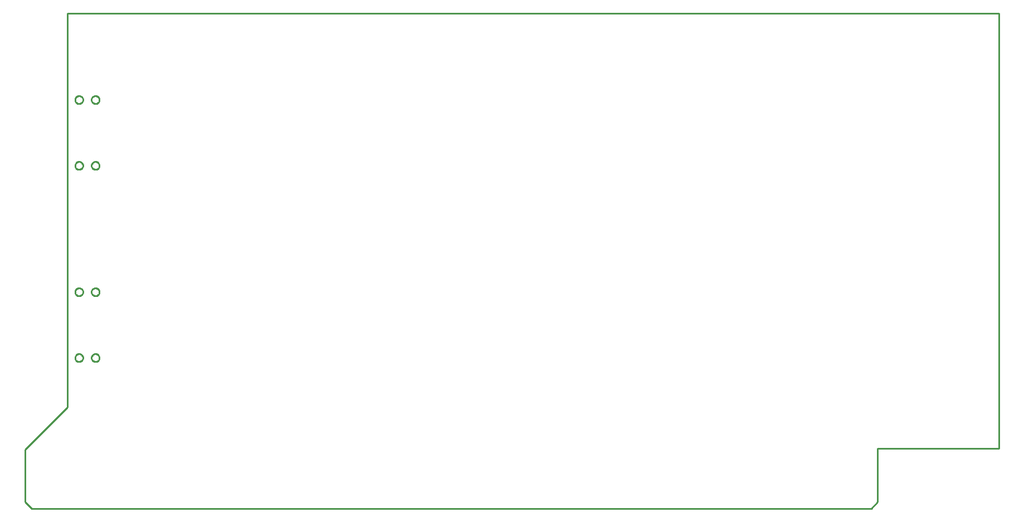
<source format=gko>
G04 EAGLE Gerber RS-274X export*
G75*
%MOMM*%
%FSLAX34Y34*%
%LPD*%
%INBoard Outline*%
%IPPOS*%
%AMOC8*
5,1,8,0,0,1.08239X$1,22.5*%
G01*
%ADD10C,0.000000*%
%ADD11C,0.254000*%


D10*
X17145Y0D02*
X1293495Y0D01*
X1303020Y10160D01*
X1303020Y91440D01*
X1487380Y91450D01*
X1487380Y753110D01*
X71323Y753110D01*
X71323Y154508D01*
X7620Y90170D01*
X7620Y10160D01*
X17145Y0D01*
X108300Y329400D02*
X108302Y329554D01*
X108308Y329709D01*
X108318Y329863D01*
X108332Y330017D01*
X108350Y330170D01*
X108371Y330323D01*
X108397Y330476D01*
X108427Y330627D01*
X108460Y330778D01*
X108498Y330928D01*
X108539Y331077D01*
X108584Y331225D01*
X108633Y331371D01*
X108686Y331517D01*
X108742Y331660D01*
X108802Y331803D01*
X108866Y331943D01*
X108933Y332083D01*
X109004Y332220D01*
X109078Y332355D01*
X109156Y332489D01*
X109237Y332620D01*
X109322Y332749D01*
X109410Y332877D01*
X109501Y333001D01*
X109595Y333124D01*
X109693Y333244D01*
X109793Y333361D01*
X109897Y333476D01*
X110003Y333588D01*
X110112Y333697D01*
X110224Y333803D01*
X110339Y333907D01*
X110456Y334007D01*
X110576Y334105D01*
X110699Y334199D01*
X110823Y334290D01*
X110951Y334378D01*
X111080Y334463D01*
X111211Y334544D01*
X111345Y334622D01*
X111480Y334696D01*
X111617Y334767D01*
X111757Y334834D01*
X111897Y334898D01*
X112040Y334958D01*
X112183Y335014D01*
X112329Y335067D01*
X112475Y335116D01*
X112623Y335161D01*
X112772Y335202D01*
X112922Y335240D01*
X113073Y335273D01*
X113224Y335303D01*
X113377Y335329D01*
X113530Y335350D01*
X113683Y335368D01*
X113837Y335382D01*
X113991Y335392D01*
X114146Y335398D01*
X114300Y335400D01*
X114454Y335398D01*
X114609Y335392D01*
X114763Y335382D01*
X114917Y335368D01*
X115070Y335350D01*
X115223Y335329D01*
X115376Y335303D01*
X115527Y335273D01*
X115678Y335240D01*
X115828Y335202D01*
X115977Y335161D01*
X116125Y335116D01*
X116271Y335067D01*
X116417Y335014D01*
X116560Y334958D01*
X116703Y334898D01*
X116843Y334834D01*
X116983Y334767D01*
X117120Y334696D01*
X117255Y334622D01*
X117389Y334544D01*
X117520Y334463D01*
X117649Y334378D01*
X117777Y334290D01*
X117901Y334199D01*
X118024Y334105D01*
X118144Y334007D01*
X118261Y333907D01*
X118376Y333803D01*
X118488Y333697D01*
X118597Y333588D01*
X118703Y333476D01*
X118807Y333361D01*
X118907Y333244D01*
X119005Y333124D01*
X119099Y333001D01*
X119190Y332877D01*
X119278Y332749D01*
X119363Y332620D01*
X119444Y332489D01*
X119522Y332355D01*
X119596Y332220D01*
X119667Y332083D01*
X119734Y331943D01*
X119798Y331803D01*
X119858Y331660D01*
X119914Y331517D01*
X119967Y331371D01*
X120016Y331225D01*
X120061Y331077D01*
X120102Y330928D01*
X120140Y330778D01*
X120173Y330627D01*
X120203Y330476D01*
X120229Y330323D01*
X120250Y330170D01*
X120268Y330017D01*
X120282Y329863D01*
X120292Y329709D01*
X120298Y329554D01*
X120300Y329400D01*
X120298Y329246D01*
X120292Y329091D01*
X120282Y328937D01*
X120268Y328783D01*
X120250Y328630D01*
X120229Y328477D01*
X120203Y328324D01*
X120173Y328173D01*
X120140Y328022D01*
X120102Y327872D01*
X120061Y327723D01*
X120016Y327575D01*
X119967Y327429D01*
X119914Y327283D01*
X119858Y327140D01*
X119798Y326997D01*
X119734Y326857D01*
X119667Y326717D01*
X119596Y326580D01*
X119522Y326445D01*
X119444Y326311D01*
X119363Y326180D01*
X119278Y326051D01*
X119190Y325923D01*
X119099Y325799D01*
X119005Y325676D01*
X118907Y325556D01*
X118807Y325439D01*
X118703Y325324D01*
X118597Y325212D01*
X118488Y325103D01*
X118376Y324997D01*
X118261Y324893D01*
X118144Y324793D01*
X118024Y324695D01*
X117901Y324601D01*
X117777Y324510D01*
X117649Y324422D01*
X117520Y324337D01*
X117389Y324256D01*
X117255Y324178D01*
X117120Y324104D01*
X116983Y324033D01*
X116843Y323966D01*
X116703Y323902D01*
X116560Y323842D01*
X116417Y323786D01*
X116271Y323733D01*
X116125Y323684D01*
X115977Y323639D01*
X115828Y323598D01*
X115678Y323560D01*
X115527Y323527D01*
X115376Y323497D01*
X115223Y323471D01*
X115070Y323450D01*
X114917Y323432D01*
X114763Y323418D01*
X114609Y323408D01*
X114454Y323402D01*
X114300Y323400D01*
X114146Y323402D01*
X113991Y323408D01*
X113837Y323418D01*
X113683Y323432D01*
X113530Y323450D01*
X113377Y323471D01*
X113224Y323497D01*
X113073Y323527D01*
X112922Y323560D01*
X112772Y323598D01*
X112623Y323639D01*
X112475Y323684D01*
X112329Y323733D01*
X112183Y323786D01*
X112040Y323842D01*
X111897Y323902D01*
X111757Y323966D01*
X111617Y324033D01*
X111480Y324104D01*
X111345Y324178D01*
X111211Y324256D01*
X111080Y324337D01*
X110951Y324422D01*
X110823Y324510D01*
X110699Y324601D01*
X110576Y324695D01*
X110456Y324793D01*
X110339Y324893D01*
X110224Y324997D01*
X110112Y325103D01*
X110003Y325212D01*
X109897Y325324D01*
X109793Y325439D01*
X109693Y325556D01*
X109595Y325676D01*
X109501Y325799D01*
X109410Y325923D01*
X109322Y326051D01*
X109237Y326180D01*
X109156Y326311D01*
X109078Y326445D01*
X109004Y326580D01*
X108933Y326717D01*
X108866Y326857D01*
X108802Y326997D01*
X108742Y327140D01*
X108686Y327283D01*
X108633Y327429D01*
X108584Y327575D01*
X108539Y327723D01*
X108498Y327872D01*
X108460Y328022D01*
X108427Y328173D01*
X108397Y328324D01*
X108371Y328477D01*
X108350Y328630D01*
X108332Y328783D01*
X108318Y328937D01*
X108308Y329091D01*
X108302Y329246D01*
X108300Y329400D01*
X83300Y329400D02*
X83302Y329554D01*
X83308Y329709D01*
X83318Y329863D01*
X83332Y330017D01*
X83350Y330170D01*
X83371Y330323D01*
X83397Y330476D01*
X83427Y330627D01*
X83460Y330778D01*
X83498Y330928D01*
X83539Y331077D01*
X83584Y331225D01*
X83633Y331371D01*
X83686Y331517D01*
X83742Y331660D01*
X83802Y331803D01*
X83866Y331943D01*
X83933Y332083D01*
X84004Y332220D01*
X84078Y332355D01*
X84156Y332489D01*
X84237Y332620D01*
X84322Y332749D01*
X84410Y332877D01*
X84501Y333001D01*
X84595Y333124D01*
X84693Y333244D01*
X84793Y333361D01*
X84897Y333476D01*
X85003Y333588D01*
X85112Y333697D01*
X85224Y333803D01*
X85339Y333907D01*
X85456Y334007D01*
X85576Y334105D01*
X85699Y334199D01*
X85823Y334290D01*
X85951Y334378D01*
X86080Y334463D01*
X86211Y334544D01*
X86345Y334622D01*
X86480Y334696D01*
X86617Y334767D01*
X86757Y334834D01*
X86897Y334898D01*
X87040Y334958D01*
X87183Y335014D01*
X87329Y335067D01*
X87475Y335116D01*
X87623Y335161D01*
X87772Y335202D01*
X87922Y335240D01*
X88073Y335273D01*
X88224Y335303D01*
X88377Y335329D01*
X88530Y335350D01*
X88683Y335368D01*
X88837Y335382D01*
X88991Y335392D01*
X89146Y335398D01*
X89300Y335400D01*
X89454Y335398D01*
X89609Y335392D01*
X89763Y335382D01*
X89917Y335368D01*
X90070Y335350D01*
X90223Y335329D01*
X90376Y335303D01*
X90527Y335273D01*
X90678Y335240D01*
X90828Y335202D01*
X90977Y335161D01*
X91125Y335116D01*
X91271Y335067D01*
X91417Y335014D01*
X91560Y334958D01*
X91703Y334898D01*
X91843Y334834D01*
X91983Y334767D01*
X92120Y334696D01*
X92255Y334622D01*
X92389Y334544D01*
X92520Y334463D01*
X92649Y334378D01*
X92777Y334290D01*
X92901Y334199D01*
X93024Y334105D01*
X93144Y334007D01*
X93261Y333907D01*
X93376Y333803D01*
X93488Y333697D01*
X93597Y333588D01*
X93703Y333476D01*
X93807Y333361D01*
X93907Y333244D01*
X94005Y333124D01*
X94099Y333001D01*
X94190Y332877D01*
X94278Y332749D01*
X94363Y332620D01*
X94444Y332489D01*
X94522Y332355D01*
X94596Y332220D01*
X94667Y332083D01*
X94734Y331943D01*
X94798Y331803D01*
X94858Y331660D01*
X94914Y331517D01*
X94967Y331371D01*
X95016Y331225D01*
X95061Y331077D01*
X95102Y330928D01*
X95140Y330778D01*
X95173Y330627D01*
X95203Y330476D01*
X95229Y330323D01*
X95250Y330170D01*
X95268Y330017D01*
X95282Y329863D01*
X95292Y329709D01*
X95298Y329554D01*
X95300Y329400D01*
X95298Y329246D01*
X95292Y329091D01*
X95282Y328937D01*
X95268Y328783D01*
X95250Y328630D01*
X95229Y328477D01*
X95203Y328324D01*
X95173Y328173D01*
X95140Y328022D01*
X95102Y327872D01*
X95061Y327723D01*
X95016Y327575D01*
X94967Y327429D01*
X94914Y327283D01*
X94858Y327140D01*
X94798Y326997D01*
X94734Y326857D01*
X94667Y326717D01*
X94596Y326580D01*
X94522Y326445D01*
X94444Y326311D01*
X94363Y326180D01*
X94278Y326051D01*
X94190Y325923D01*
X94099Y325799D01*
X94005Y325676D01*
X93907Y325556D01*
X93807Y325439D01*
X93703Y325324D01*
X93597Y325212D01*
X93488Y325103D01*
X93376Y324997D01*
X93261Y324893D01*
X93144Y324793D01*
X93024Y324695D01*
X92901Y324601D01*
X92777Y324510D01*
X92649Y324422D01*
X92520Y324337D01*
X92389Y324256D01*
X92255Y324178D01*
X92120Y324104D01*
X91983Y324033D01*
X91843Y323966D01*
X91703Y323902D01*
X91560Y323842D01*
X91417Y323786D01*
X91271Y323733D01*
X91125Y323684D01*
X90977Y323639D01*
X90828Y323598D01*
X90678Y323560D01*
X90527Y323527D01*
X90376Y323497D01*
X90223Y323471D01*
X90070Y323450D01*
X89917Y323432D01*
X89763Y323418D01*
X89609Y323408D01*
X89454Y323402D01*
X89300Y323400D01*
X89146Y323402D01*
X88991Y323408D01*
X88837Y323418D01*
X88683Y323432D01*
X88530Y323450D01*
X88377Y323471D01*
X88224Y323497D01*
X88073Y323527D01*
X87922Y323560D01*
X87772Y323598D01*
X87623Y323639D01*
X87475Y323684D01*
X87329Y323733D01*
X87183Y323786D01*
X87040Y323842D01*
X86897Y323902D01*
X86757Y323966D01*
X86617Y324033D01*
X86480Y324104D01*
X86345Y324178D01*
X86211Y324256D01*
X86080Y324337D01*
X85951Y324422D01*
X85823Y324510D01*
X85699Y324601D01*
X85576Y324695D01*
X85456Y324793D01*
X85339Y324893D01*
X85224Y324997D01*
X85112Y325103D01*
X85003Y325212D01*
X84897Y325324D01*
X84793Y325439D01*
X84693Y325556D01*
X84595Y325676D01*
X84501Y325799D01*
X84410Y325923D01*
X84322Y326051D01*
X84237Y326180D01*
X84156Y326311D01*
X84078Y326445D01*
X84004Y326580D01*
X83933Y326717D01*
X83866Y326857D01*
X83802Y326997D01*
X83742Y327140D01*
X83686Y327283D01*
X83633Y327429D01*
X83584Y327575D01*
X83539Y327723D01*
X83498Y327872D01*
X83460Y328022D01*
X83427Y328173D01*
X83397Y328324D01*
X83371Y328477D01*
X83350Y328630D01*
X83332Y328783D01*
X83318Y328937D01*
X83308Y329091D01*
X83302Y329246D01*
X83300Y329400D01*
X83300Y229400D02*
X83302Y229554D01*
X83308Y229709D01*
X83318Y229863D01*
X83332Y230017D01*
X83350Y230170D01*
X83371Y230323D01*
X83397Y230476D01*
X83427Y230627D01*
X83460Y230778D01*
X83498Y230928D01*
X83539Y231077D01*
X83584Y231225D01*
X83633Y231371D01*
X83686Y231517D01*
X83742Y231660D01*
X83802Y231803D01*
X83866Y231943D01*
X83933Y232083D01*
X84004Y232220D01*
X84078Y232355D01*
X84156Y232489D01*
X84237Y232620D01*
X84322Y232749D01*
X84410Y232877D01*
X84501Y233001D01*
X84595Y233124D01*
X84693Y233244D01*
X84793Y233361D01*
X84897Y233476D01*
X85003Y233588D01*
X85112Y233697D01*
X85224Y233803D01*
X85339Y233907D01*
X85456Y234007D01*
X85576Y234105D01*
X85699Y234199D01*
X85823Y234290D01*
X85951Y234378D01*
X86080Y234463D01*
X86211Y234544D01*
X86345Y234622D01*
X86480Y234696D01*
X86617Y234767D01*
X86757Y234834D01*
X86897Y234898D01*
X87040Y234958D01*
X87183Y235014D01*
X87329Y235067D01*
X87475Y235116D01*
X87623Y235161D01*
X87772Y235202D01*
X87922Y235240D01*
X88073Y235273D01*
X88224Y235303D01*
X88377Y235329D01*
X88530Y235350D01*
X88683Y235368D01*
X88837Y235382D01*
X88991Y235392D01*
X89146Y235398D01*
X89300Y235400D01*
X89454Y235398D01*
X89609Y235392D01*
X89763Y235382D01*
X89917Y235368D01*
X90070Y235350D01*
X90223Y235329D01*
X90376Y235303D01*
X90527Y235273D01*
X90678Y235240D01*
X90828Y235202D01*
X90977Y235161D01*
X91125Y235116D01*
X91271Y235067D01*
X91417Y235014D01*
X91560Y234958D01*
X91703Y234898D01*
X91843Y234834D01*
X91983Y234767D01*
X92120Y234696D01*
X92255Y234622D01*
X92389Y234544D01*
X92520Y234463D01*
X92649Y234378D01*
X92777Y234290D01*
X92901Y234199D01*
X93024Y234105D01*
X93144Y234007D01*
X93261Y233907D01*
X93376Y233803D01*
X93488Y233697D01*
X93597Y233588D01*
X93703Y233476D01*
X93807Y233361D01*
X93907Y233244D01*
X94005Y233124D01*
X94099Y233001D01*
X94190Y232877D01*
X94278Y232749D01*
X94363Y232620D01*
X94444Y232489D01*
X94522Y232355D01*
X94596Y232220D01*
X94667Y232083D01*
X94734Y231943D01*
X94798Y231803D01*
X94858Y231660D01*
X94914Y231517D01*
X94967Y231371D01*
X95016Y231225D01*
X95061Y231077D01*
X95102Y230928D01*
X95140Y230778D01*
X95173Y230627D01*
X95203Y230476D01*
X95229Y230323D01*
X95250Y230170D01*
X95268Y230017D01*
X95282Y229863D01*
X95292Y229709D01*
X95298Y229554D01*
X95300Y229400D01*
X95298Y229246D01*
X95292Y229091D01*
X95282Y228937D01*
X95268Y228783D01*
X95250Y228630D01*
X95229Y228477D01*
X95203Y228324D01*
X95173Y228173D01*
X95140Y228022D01*
X95102Y227872D01*
X95061Y227723D01*
X95016Y227575D01*
X94967Y227429D01*
X94914Y227283D01*
X94858Y227140D01*
X94798Y226997D01*
X94734Y226857D01*
X94667Y226717D01*
X94596Y226580D01*
X94522Y226445D01*
X94444Y226311D01*
X94363Y226180D01*
X94278Y226051D01*
X94190Y225923D01*
X94099Y225799D01*
X94005Y225676D01*
X93907Y225556D01*
X93807Y225439D01*
X93703Y225324D01*
X93597Y225212D01*
X93488Y225103D01*
X93376Y224997D01*
X93261Y224893D01*
X93144Y224793D01*
X93024Y224695D01*
X92901Y224601D01*
X92777Y224510D01*
X92649Y224422D01*
X92520Y224337D01*
X92389Y224256D01*
X92255Y224178D01*
X92120Y224104D01*
X91983Y224033D01*
X91843Y223966D01*
X91703Y223902D01*
X91560Y223842D01*
X91417Y223786D01*
X91271Y223733D01*
X91125Y223684D01*
X90977Y223639D01*
X90828Y223598D01*
X90678Y223560D01*
X90527Y223527D01*
X90376Y223497D01*
X90223Y223471D01*
X90070Y223450D01*
X89917Y223432D01*
X89763Y223418D01*
X89609Y223408D01*
X89454Y223402D01*
X89300Y223400D01*
X89146Y223402D01*
X88991Y223408D01*
X88837Y223418D01*
X88683Y223432D01*
X88530Y223450D01*
X88377Y223471D01*
X88224Y223497D01*
X88073Y223527D01*
X87922Y223560D01*
X87772Y223598D01*
X87623Y223639D01*
X87475Y223684D01*
X87329Y223733D01*
X87183Y223786D01*
X87040Y223842D01*
X86897Y223902D01*
X86757Y223966D01*
X86617Y224033D01*
X86480Y224104D01*
X86345Y224178D01*
X86211Y224256D01*
X86080Y224337D01*
X85951Y224422D01*
X85823Y224510D01*
X85699Y224601D01*
X85576Y224695D01*
X85456Y224793D01*
X85339Y224893D01*
X85224Y224997D01*
X85112Y225103D01*
X85003Y225212D01*
X84897Y225324D01*
X84793Y225439D01*
X84693Y225556D01*
X84595Y225676D01*
X84501Y225799D01*
X84410Y225923D01*
X84322Y226051D01*
X84237Y226180D01*
X84156Y226311D01*
X84078Y226445D01*
X84004Y226580D01*
X83933Y226717D01*
X83866Y226857D01*
X83802Y226997D01*
X83742Y227140D01*
X83686Y227283D01*
X83633Y227429D01*
X83584Y227575D01*
X83539Y227723D01*
X83498Y227872D01*
X83460Y228022D01*
X83427Y228173D01*
X83397Y228324D01*
X83371Y228477D01*
X83350Y228630D01*
X83332Y228783D01*
X83318Y228937D01*
X83308Y229091D01*
X83302Y229246D01*
X83300Y229400D01*
X108300Y229400D02*
X108302Y229554D01*
X108308Y229709D01*
X108318Y229863D01*
X108332Y230017D01*
X108350Y230170D01*
X108371Y230323D01*
X108397Y230476D01*
X108427Y230627D01*
X108460Y230778D01*
X108498Y230928D01*
X108539Y231077D01*
X108584Y231225D01*
X108633Y231371D01*
X108686Y231517D01*
X108742Y231660D01*
X108802Y231803D01*
X108866Y231943D01*
X108933Y232083D01*
X109004Y232220D01*
X109078Y232355D01*
X109156Y232489D01*
X109237Y232620D01*
X109322Y232749D01*
X109410Y232877D01*
X109501Y233001D01*
X109595Y233124D01*
X109693Y233244D01*
X109793Y233361D01*
X109897Y233476D01*
X110003Y233588D01*
X110112Y233697D01*
X110224Y233803D01*
X110339Y233907D01*
X110456Y234007D01*
X110576Y234105D01*
X110699Y234199D01*
X110823Y234290D01*
X110951Y234378D01*
X111080Y234463D01*
X111211Y234544D01*
X111345Y234622D01*
X111480Y234696D01*
X111617Y234767D01*
X111757Y234834D01*
X111897Y234898D01*
X112040Y234958D01*
X112183Y235014D01*
X112329Y235067D01*
X112475Y235116D01*
X112623Y235161D01*
X112772Y235202D01*
X112922Y235240D01*
X113073Y235273D01*
X113224Y235303D01*
X113377Y235329D01*
X113530Y235350D01*
X113683Y235368D01*
X113837Y235382D01*
X113991Y235392D01*
X114146Y235398D01*
X114300Y235400D01*
X114454Y235398D01*
X114609Y235392D01*
X114763Y235382D01*
X114917Y235368D01*
X115070Y235350D01*
X115223Y235329D01*
X115376Y235303D01*
X115527Y235273D01*
X115678Y235240D01*
X115828Y235202D01*
X115977Y235161D01*
X116125Y235116D01*
X116271Y235067D01*
X116417Y235014D01*
X116560Y234958D01*
X116703Y234898D01*
X116843Y234834D01*
X116983Y234767D01*
X117120Y234696D01*
X117255Y234622D01*
X117389Y234544D01*
X117520Y234463D01*
X117649Y234378D01*
X117777Y234290D01*
X117901Y234199D01*
X118024Y234105D01*
X118144Y234007D01*
X118261Y233907D01*
X118376Y233803D01*
X118488Y233697D01*
X118597Y233588D01*
X118703Y233476D01*
X118807Y233361D01*
X118907Y233244D01*
X119005Y233124D01*
X119099Y233001D01*
X119190Y232877D01*
X119278Y232749D01*
X119363Y232620D01*
X119444Y232489D01*
X119522Y232355D01*
X119596Y232220D01*
X119667Y232083D01*
X119734Y231943D01*
X119798Y231803D01*
X119858Y231660D01*
X119914Y231517D01*
X119967Y231371D01*
X120016Y231225D01*
X120061Y231077D01*
X120102Y230928D01*
X120140Y230778D01*
X120173Y230627D01*
X120203Y230476D01*
X120229Y230323D01*
X120250Y230170D01*
X120268Y230017D01*
X120282Y229863D01*
X120292Y229709D01*
X120298Y229554D01*
X120300Y229400D01*
X120298Y229246D01*
X120292Y229091D01*
X120282Y228937D01*
X120268Y228783D01*
X120250Y228630D01*
X120229Y228477D01*
X120203Y228324D01*
X120173Y228173D01*
X120140Y228022D01*
X120102Y227872D01*
X120061Y227723D01*
X120016Y227575D01*
X119967Y227429D01*
X119914Y227283D01*
X119858Y227140D01*
X119798Y226997D01*
X119734Y226857D01*
X119667Y226717D01*
X119596Y226580D01*
X119522Y226445D01*
X119444Y226311D01*
X119363Y226180D01*
X119278Y226051D01*
X119190Y225923D01*
X119099Y225799D01*
X119005Y225676D01*
X118907Y225556D01*
X118807Y225439D01*
X118703Y225324D01*
X118597Y225212D01*
X118488Y225103D01*
X118376Y224997D01*
X118261Y224893D01*
X118144Y224793D01*
X118024Y224695D01*
X117901Y224601D01*
X117777Y224510D01*
X117649Y224422D01*
X117520Y224337D01*
X117389Y224256D01*
X117255Y224178D01*
X117120Y224104D01*
X116983Y224033D01*
X116843Y223966D01*
X116703Y223902D01*
X116560Y223842D01*
X116417Y223786D01*
X116271Y223733D01*
X116125Y223684D01*
X115977Y223639D01*
X115828Y223598D01*
X115678Y223560D01*
X115527Y223527D01*
X115376Y223497D01*
X115223Y223471D01*
X115070Y223450D01*
X114917Y223432D01*
X114763Y223418D01*
X114609Y223408D01*
X114454Y223402D01*
X114300Y223400D01*
X114146Y223402D01*
X113991Y223408D01*
X113837Y223418D01*
X113683Y223432D01*
X113530Y223450D01*
X113377Y223471D01*
X113224Y223497D01*
X113073Y223527D01*
X112922Y223560D01*
X112772Y223598D01*
X112623Y223639D01*
X112475Y223684D01*
X112329Y223733D01*
X112183Y223786D01*
X112040Y223842D01*
X111897Y223902D01*
X111757Y223966D01*
X111617Y224033D01*
X111480Y224104D01*
X111345Y224178D01*
X111211Y224256D01*
X111080Y224337D01*
X110951Y224422D01*
X110823Y224510D01*
X110699Y224601D01*
X110576Y224695D01*
X110456Y224793D01*
X110339Y224893D01*
X110224Y224997D01*
X110112Y225103D01*
X110003Y225212D01*
X109897Y225324D01*
X109793Y225439D01*
X109693Y225556D01*
X109595Y225676D01*
X109501Y225799D01*
X109410Y225923D01*
X109322Y226051D01*
X109237Y226180D01*
X109156Y226311D01*
X109078Y226445D01*
X109004Y226580D01*
X108933Y226717D01*
X108866Y226857D01*
X108802Y226997D01*
X108742Y227140D01*
X108686Y227283D01*
X108633Y227429D01*
X108584Y227575D01*
X108539Y227723D01*
X108498Y227872D01*
X108460Y228022D01*
X108427Y228173D01*
X108397Y228324D01*
X108371Y228477D01*
X108350Y228630D01*
X108332Y228783D01*
X108318Y228937D01*
X108308Y229091D01*
X108302Y229246D01*
X108300Y229400D01*
X108300Y621500D02*
X108302Y621654D01*
X108308Y621809D01*
X108318Y621963D01*
X108332Y622117D01*
X108350Y622270D01*
X108371Y622423D01*
X108397Y622576D01*
X108427Y622727D01*
X108460Y622878D01*
X108498Y623028D01*
X108539Y623177D01*
X108584Y623325D01*
X108633Y623471D01*
X108686Y623617D01*
X108742Y623760D01*
X108802Y623903D01*
X108866Y624043D01*
X108933Y624183D01*
X109004Y624320D01*
X109078Y624455D01*
X109156Y624589D01*
X109237Y624720D01*
X109322Y624849D01*
X109410Y624977D01*
X109501Y625101D01*
X109595Y625224D01*
X109693Y625344D01*
X109793Y625461D01*
X109897Y625576D01*
X110003Y625688D01*
X110112Y625797D01*
X110224Y625903D01*
X110339Y626007D01*
X110456Y626107D01*
X110576Y626205D01*
X110699Y626299D01*
X110823Y626390D01*
X110951Y626478D01*
X111080Y626563D01*
X111211Y626644D01*
X111345Y626722D01*
X111480Y626796D01*
X111617Y626867D01*
X111757Y626934D01*
X111897Y626998D01*
X112040Y627058D01*
X112183Y627114D01*
X112329Y627167D01*
X112475Y627216D01*
X112623Y627261D01*
X112772Y627302D01*
X112922Y627340D01*
X113073Y627373D01*
X113224Y627403D01*
X113377Y627429D01*
X113530Y627450D01*
X113683Y627468D01*
X113837Y627482D01*
X113991Y627492D01*
X114146Y627498D01*
X114300Y627500D01*
X114454Y627498D01*
X114609Y627492D01*
X114763Y627482D01*
X114917Y627468D01*
X115070Y627450D01*
X115223Y627429D01*
X115376Y627403D01*
X115527Y627373D01*
X115678Y627340D01*
X115828Y627302D01*
X115977Y627261D01*
X116125Y627216D01*
X116271Y627167D01*
X116417Y627114D01*
X116560Y627058D01*
X116703Y626998D01*
X116843Y626934D01*
X116983Y626867D01*
X117120Y626796D01*
X117255Y626722D01*
X117389Y626644D01*
X117520Y626563D01*
X117649Y626478D01*
X117777Y626390D01*
X117901Y626299D01*
X118024Y626205D01*
X118144Y626107D01*
X118261Y626007D01*
X118376Y625903D01*
X118488Y625797D01*
X118597Y625688D01*
X118703Y625576D01*
X118807Y625461D01*
X118907Y625344D01*
X119005Y625224D01*
X119099Y625101D01*
X119190Y624977D01*
X119278Y624849D01*
X119363Y624720D01*
X119444Y624589D01*
X119522Y624455D01*
X119596Y624320D01*
X119667Y624183D01*
X119734Y624043D01*
X119798Y623903D01*
X119858Y623760D01*
X119914Y623617D01*
X119967Y623471D01*
X120016Y623325D01*
X120061Y623177D01*
X120102Y623028D01*
X120140Y622878D01*
X120173Y622727D01*
X120203Y622576D01*
X120229Y622423D01*
X120250Y622270D01*
X120268Y622117D01*
X120282Y621963D01*
X120292Y621809D01*
X120298Y621654D01*
X120300Y621500D01*
X120298Y621346D01*
X120292Y621191D01*
X120282Y621037D01*
X120268Y620883D01*
X120250Y620730D01*
X120229Y620577D01*
X120203Y620424D01*
X120173Y620273D01*
X120140Y620122D01*
X120102Y619972D01*
X120061Y619823D01*
X120016Y619675D01*
X119967Y619529D01*
X119914Y619383D01*
X119858Y619240D01*
X119798Y619097D01*
X119734Y618957D01*
X119667Y618817D01*
X119596Y618680D01*
X119522Y618545D01*
X119444Y618411D01*
X119363Y618280D01*
X119278Y618151D01*
X119190Y618023D01*
X119099Y617899D01*
X119005Y617776D01*
X118907Y617656D01*
X118807Y617539D01*
X118703Y617424D01*
X118597Y617312D01*
X118488Y617203D01*
X118376Y617097D01*
X118261Y616993D01*
X118144Y616893D01*
X118024Y616795D01*
X117901Y616701D01*
X117777Y616610D01*
X117649Y616522D01*
X117520Y616437D01*
X117389Y616356D01*
X117255Y616278D01*
X117120Y616204D01*
X116983Y616133D01*
X116843Y616066D01*
X116703Y616002D01*
X116560Y615942D01*
X116417Y615886D01*
X116271Y615833D01*
X116125Y615784D01*
X115977Y615739D01*
X115828Y615698D01*
X115678Y615660D01*
X115527Y615627D01*
X115376Y615597D01*
X115223Y615571D01*
X115070Y615550D01*
X114917Y615532D01*
X114763Y615518D01*
X114609Y615508D01*
X114454Y615502D01*
X114300Y615500D01*
X114146Y615502D01*
X113991Y615508D01*
X113837Y615518D01*
X113683Y615532D01*
X113530Y615550D01*
X113377Y615571D01*
X113224Y615597D01*
X113073Y615627D01*
X112922Y615660D01*
X112772Y615698D01*
X112623Y615739D01*
X112475Y615784D01*
X112329Y615833D01*
X112183Y615886D01*
X112040Y615942D01*
X111897Y616002D01*
X111757Y616066D01*
X111617Y616133D01*
X111480Y616204D01*
X111345Y616278D01*
X111211Y616356D01*
X111080Y616437D01*
X110951Y616522D01*
X110823Y616610D01*
X110699Y616701D01*
X110576Y616795D01*
X110456Y616893D01*
X110339Y616993D01*
X110224Y617097D01*
X110112Y617203D01*
X110003Y617312D01*
X109897Y617424D01*
X109793Y617539D01*
X109693Y617656D01*
X109595Y617776D01*
X109501Y617899D01*
X109410Y618023D01*
X109322Y618151D01*
X109237Y618280D01*
X109156Y618411D01*
X109078Y618545D01*
X109004Y618680D01*
X108933Y618817D01*
X108866Y618957D01*
X108802Y619097D01*
X108742Y619240D01*
X108686Y619383D01*
X108633Y619529D01*
X108584Y619675D01*
X108539Y619823D01*
X108498Y619972D01*
X108460Y620122D01*
X108427Y620273D01*
X108397Y620424D01*
X108371Y620577D01*
X108350Y620730D01*
X108332Y620883D01*
X108318Y621037D01*
X108308Y621191D01*
X108302Y621346D01*
X108300Y621500D01*
X83300Y621500D02*
X83302Y621654D01*
X83308Y621809D01*
X83318Y621963D01*
X83332Y622117D01*
X83350Y622270D01*
X83371Y622423D01*
X83397Y622576D01*
X83427Y622727D01*
X83460Y622878D01*
X83498Y623028D01*
X83539Y623177D01*
X83584Y623325D01*
X83633Y623471D01*
X83686Y623617D01*
X83742Y623760D01*
X83802Y623903D01*
X83866Y624043D01*
X83933Y624183D01*
X84004Y624320D01*
X84078Y624455D01*
X84156Y624589D01*
X84237Y624720D01*
X84322Y624849D01*
X84410Y624977D01*
X84501Y625101D01*
X84595Y625224D01*
X84693Y625344D01*
X84793Y625461D01*
X84897Y625576D01*
X85003Y625688D01*
X85112Y625797D01*
X85224Y625903D01*
X85339Y626007D01*
X85456Y626107D01*
X85576Y626205D01*
X85699Y626299D01*
X85823Y626390D01*
X85951Y626478D01*
X86080Y626563D01*
X86211Y626644D01*
X86345Y626722D01*
X86480Y626796D01*
X86617Y626867D01*
X86757Y626934D01*
X86897Y626998D01*
X87040Y627058D01*
X87183Y627114D01*
X87329Y627167D01*
X87475Y627216D01*
X87623Y627261D01*
X87772Y627302D01*
X87922Y627340D01*
X88073Y627373D01*
X88224Y627403D01*
X88377Y627429D01*
X88530Y627450D01*
X88683Y627468D01*
X88837Y627482D01*
X88991Y627492D01*
X89146Y627498D01*
X89300Y627500D01*
X89454Y627498D01*
X89609Y627492D01*
X89763Y627482D01*
X89917Y627468D01*
X90070Y627450D01*
X90223Y627429D01*
X90376Y627403D01*
X90527Y627373D01*
X90678Y627340D01*
X90828Y627302D01*
X90977Y627261D01*
X91125Y627216D01*
X91271Y627167D01*
X91417Y627114D01*
X91560Y627058D01*
X91703Y626998D01*
X91843Y626934D01*
X91983Y626867D01*
X92120Y626796D01*
X92255Y626722D01*
X92389Y626644D01*
X92520Y626563D01*
X92649Y626478D01*
X92777Y626390D01*
X92901Y626299D01*
X93024Y626205D01*
X93144Y626107D01*
X93261Y626007D01*
X93376Y625903D01*
X93488Y625797D01*
X93597Y625688D01*
X93703Y625576D01*
X93807Y625461D01*
X93907Y625344D01*
X94005Y625224D01*
X94099Y625101D01*
X94190Y624977D01*
X94278Y624849D01*
X94363Y624720D01*
X94444Y624589D01*
X94522Y624455D01*
X94596Y624320D01*
X94667Y624183D01*
X94734Y624043D01*
X94798Y623903D01*
X94858Y623760D01*
X94914Y623617D01*
X94967Y623471D01*
X95016Y623325D01*
X95061Y623177D01*
X95102Y623028D01*
X95140Y622878D01*
X95173Y622727D01*
X95203Y622576D01*
X95229Y622423D01*
X95250Y622270D01*
X95268Y622117D01*
X95282Y621963D01*
X95292Y621809D01*
X95298Y621654D01*
X95300Y621500D01*
X95298Y621346D01*
X95292Y621191D01*
X95282Y621037D01*
X95268Y620883D01*
X95250Y620730D01*
X95229Y620577D01*
X95203Y620424D01*
X95173Y620273D01*
X95140Y620122D01*
X95102Y619972D01*
X95061Y619823D01*
X95016Y619675D01*
X94967Y619529D01*
X94914Y619383D01*
X94858Y619240D01*
X94798Y619097D01*
X94734Y618957D01*
X94667Y618817D01*
X94596Y618680D01*
X94522Y618545D01*
X94444Y618411D01*
X94363Y618280D01*
X94278Y618151D01*
X94190Y618023D01*
X94099Y617899D01*
X94005Y617776D01*
X93907Y617656D01*
X93807Y617539D01*
X93703Y617424D01*
X93597Y617312D01*
X93488Y617203D01*
X93376Y617097D01*
X93261Y616993D01*
X93144Y616893D01*
X93024Y616795D01*
X92901Y616701D01*
X92777Y616610D01*
X92649Y616522D01*
X92520Y616437D01*
X92389Y616356D01*
X92255Y616278D01*
X92120Y616204D01*
X91983Y616133D01*
X91843Y616066D01*
X91703Y616002D01*
X91560Y615942D01*
X91417Y615886D01*
X91271Y615833D01*
X91125Y615784D01*
X90977Y615739D01*
X90828Y615698D01*
X90678Y615660D01*
X90527Y615627D01*
X90376Y615597D01*
X90223Y615571D01*
X90070Y615550D01*
X89917Y615532D01*
X89763Y615518D01*
X89609Y615508D01*
X89454Y615502D01*
X89300Y615500D01*
X89146Y615502D01*
X88991Y615508D01*
X88837Y615518D01*
X88683Y615532D01*
X88530Y615550D01*
X88377Y615571D01*
X88224Y615597D01*
X88073Y615627D01*
X87922Y615660D01*
X87772Y615698D01*
X87623Y615739D01*
X87475Y615784D01*
X87329Y615833D01*
X87183Y615886D01*
X87040Y615942D01*
X86897Y616002D01*
X86757Y616066D01*
X86617Y616133D01*
X86480Y616204D01*
X86345Y616278D01*
X86211Y616356D01*
X86080Y616437D01*
X85951Y616522D01*
X85823Y616610D01*
X85699Y616701D01*
X85576Y616795D01*
X85456Y616893D01*
X85339Y616993D01*
X85224Y617097D01*
X85112Y617203D01*
X85003Y617312D01*
X84897Y617424D01*
X84793Y617539D01*
X84693Y617656D01*
X84595Y617776D01*
X84501Y617899D01*
X84410Y618023D01*
X84322Y618151D01*
X84237Y618280D01*
X84156Y618411D01*
X84078Y618545D01*
X84004Y618680D01*
X83933Y618817D01*
X83866Y618957D01*
X83802Y619097D01*
X83742Y619240D01*
X83686Y619383D01*
X83633Y619529D01*
X83584Y619675D01*
X83539Y619823D01*
X83498Y619972D01*
X83460Y620122D01*
X83427Y620273D01*
X83397Y620424D01*
X83371Y620577D01*
X83350Y620730D01*
X83332Y620883D01*
X83318Y621037D01*
X83308Y621191D01*
X83302Y621346D01*
X83300Y621500D01*
X83300Y521500D02*
X83302Y521654D01*
X83308Y521809D01*
X83318Y521963D01*
X83332Y522117D01*
X83350Y522270D01*
X83371Y522423D01*
X83397Y522576D01*
X83427Y522727D01*
X83460Y522878D01*
X83498Y523028D01*
X83539Y523177D01*
X83584Y523325D01*
X83633Y523471D01*
X83686Y523617D01*
X83742Y523760D01*
X83802Y523903D01*
X83866Y524043D01*
X83933Y524183D01*
X84004Y524320D01*
X84078Y524455D01*
X84156Y524589D01*
X84237Y524720D01*
X84322Y524849D01*
X84410Y524977D01*
X84501Y525101D01*
X84595Y525224D01*
X84693Y525344D01*
X84793Y525461D01*
X84897Y525576D01*
X85003Y525688D01*
X85112Y525797D01*
X85224Y525903D01*
X85339Y526007D01*
X85456Y526107D01*
X85576Y526205D01*
X85699Y526299D01*
X85823Y526390D01*
X85951Y526478D01*
X86080Y526563D01*
X86211Y526644D01*
X86345Y526722D01*
X86480Y526796D01*
X86617Y526867D01*
X86757Y526934D01*
X86897Y526998D01*
X87040Y527058D01*
X87183Y527114D01*
X87329Y527167D01*
X87475Y527216D01*
X87623Y527261D01*
X87772Y527302D01*
X87922Y527340D01*
X88073Y527373D01*
X88224Y527403D01*
X88377Y527429D01*
X88530Y527450D01*
X88683Y527468D01*
X88837Y527482D01*
X88991Y527492D01*
X89146Y527498D01*
X89300Y527500D01*
X89454Y527498D01*
X89609Y527492D01*
X89763Y527482D01*
X89917Y527468D01*
X90070Y527450D01*
X90223Y527429D01*
X90376Y527403D01*
X90527Y527373D01*
X90678Y527340D01*
X90828Y527302D01*
X90977Y527261D01*
X91125Y527216D01*
X91271Y527167D01*
X91417Y527114D01*
X91560Y527058D01*
X91703Y526998D01*
X91843Y526934D01*
X91983Y526867D01*
X92120Y526796D01*
X92255Y526722D01*
X92389Y526644D01*
X92520Y526563D01*
X92649Y526478D01*
X92777Y526390D01*
X92901Y526299D01*
X93024Y526205D01*
X93144Y526107D01*
X93261Y526007D01*
X93376Y525903D01*
X93488Y525797D01*
X93597Y525688D01*
X93703Y525576D01*
X93807Y525461D01*
X93907Y525344D01*
X94005Y525224D01*
X94099Y525101D01*
X94190Y524977D01*
X94278Y524849D01*
X94363Y524720D01*
X94444Y524589D01*
X94522Y524455D01*
X94596Y524320D01*
X94667Y524183D01*
X94734Y524043D01*
X94798Y523903D01*
X94858Y523760D01*
X94914Y523617D01*
X94967Y523471D01*
X95016Y523325D01*
X95061Y523177D01*
X95102Y523028D01*
X95140Y522878D01*
X95173Y522727D01*
X95203Y522576D01*
X95229Y522423D01*
X95250Y522270D01*
X95268Y522117D01*
X95282Y521963D01*
X95292Y521809D01*
X95298Y521654D01*
X95300Y521500D01*
X95298Y521346D01*
X95292Y521191D01*
X95282Y521037D01*
X95268Y520883D01*
X95250Y520730D01*
X95229Y520577D01*
X95203Y520424D01*
X95173Y520273D01*
X95140Y520122D01*
X95102Y519972D01*
X95061Y519823D01*
X95016Y519675D01*
X94967Y519529D01*
X94914Y519383D01*
X94858Y519240D01*
X94798Y519097D01*
X94734Y518957D01*
X94667Y518817D01*
X94596Y518680D01*
X94522Y518545D01*
X94444Y518411D01*
X94363Y518280D01*
X94278Y518151D01*
X94190Y518023D01*
X94099Y517899D01*
X94005Y517776D01*
X93907Y517656D01*
X93807Y517539D01*
X93703Y517424D01*
X93597Y517312D01*
X93488Y517203D01*
X93376Y517097D01*
X93261Y516993D01*
X93144Y516893D01*
X93024Y516795D01*
X92901Y516701D01*
X92777Y516610D01*
X92649Y516522D01*
X92520Y516437D01*
X92389Y516356D01*
X92255Y516278D01*
X92120Y516204D01*
X91983Y516133D01*
X91843Y516066D01*
X91703Y516002D01*
X91560Y515942D01*
X91417Y515886D01*
X91271Y515833D01*
X91125Y515784D01*
X90977Y515739D01*
X90828Y515698D01*
X90678Y515660D01*
X90527Y515627D01*
X90376Y515597D01*
X90223Y515571D01*
X90070Y515550D01*
X89917Y515532D01*
X89763Y515518D01*
X89609Y515508D01*
X89454Y515502D01*
X89300Y515500D01*
X89146Y515502D01*
X88991Y515508D01*
X88837Y515518D01*
X88683Y515532D01*
X88530Y515550D01*
X88377Y515571D01*
X88224Y515597D01*
X88073Y515627D01*
X87922Y515660D01*
X87772Y515698D01*
X87623Y515739D01*
X87475Y515784D01*
X87329Y515833D01*
X87183Y515886D01*
X87040Y515942D01*
X86897Y516002D01*
X86757Y516066D01*
X86617Y516133D01*
X86480Y516204D01*
X86345Y516278D01*
X86211Y516356D01*
X86080Y516437D01*
X85951Y516522D01*
X85823Y516610D01*
X85699Y516701D01*
X85576Y516795D01*
X85456Y516893D01*
X85339Y516993D01*
X85224Y517097D01*
X85112Y517203D01*
X85003Y517312D01*
X84897Y517424D01*
X84793Y517539D01*
X84693Y517656D01*
X84595Y517776D01*
X84501Y517899D01*
X84410Y518023D01*
X84322Y518151D01*
X84237Y518280D01*
X84156Y518411D01*
X84078Y518545D01*
X84004Y518680D01*
X83933Y518817D01*
X83866Y518957D01*
X83802Y519097D01*
X83742Y519240D01*
X83686Y519383D01*
X83633Y519529D01*
X83584Y519675D01*
X83539Y519823D01*
X83498Y519972D01*
X83460Y520122D01*
X83427Y520273D01*
X83397Y520424D01*
X83371Y520577D01*
X83350Y520730D01*
X83332Y520883D01*
X83318Y521037D01*
X83308Y521191D01*
X83302Y521346D01*
X83300Y521500D01*
X108300Y521500D02*
X108302Y521654D01*
X108308Y521809D01*
X108318Y521963D01*
X108332Y522117D01*
X108350Y522270D01*
X108371Y522423D01*
X108397Y522576D01*
X108427Y522727D01*
X108460Y522878D01*
X108498Y523028D01*
X108539Y523177D01*
X108584Y523325D01*
X108633Y523471D01*
X108686Y523617D01*
X108742Y523760D01*
X108802Y523903D01*
X108866Y524043D01*
X108933Y524183D01*
X109004Y524320D01*
X109078Y524455D01*
X109156Y524589D01*
X109237Y524720D01*
X109322Y524849D01*
X109410Y524977D01*
X109501Y525101D01*
X109595Y525224D01*
X109693Y525344D01*
X109793Y525461D01*
X109897Y525576D01*
X110003Y525688D01*
X110112Y525797D01*
X110224Y525903D01*
X110339Y526007D01*
X110456Y526107D01*
X110576Y526205D01*
X110699Y526299D01*
X110823Y526390D01*
X110951Y526478D01*
X111080Y526563D01*
X111211Y526644D01*
X111345Y526722D01*
X111480Y526796D01*
X111617Y526867D01*
X111757Y526934D01*
X111897Y526998D01*
X112040Y527058D01*
X112183Y527114D01*
X112329Y527167D01*
X112475Y527216D01*
X112623Y527261D01*
X112772Y527302D01*
X112922Y527340D01*
X113073Y527373D01*
X113224Y527403D01*
X113377Y527429D01*
X113530Y527450D01*
X113683Y527468D01*
X113837Y527482D01*
X113991Y527492D01*
X114146Y527498D01*
X114300Y527500D01*
X114454Y527498D01*
X114609Y527492D01*
X114763Y527482D01*
X114917Y527468D01*
X115070Y527450D01*
X115223Y527429D01*
X115376Y527403D01*
X115527Y527373D01*
X115678Y527340D01*
X115828Y527302D01*
X115977Y527261D01*
X116125Y527216D01*
X116271Y527167D01*
X116417Y527114D01*
X116560Y527058D01*
X116703Y526998D01*
X116843Y526934D01*
X116983Y526867D01*
X117120Y526796D01*
X117255Y526722D01*
X117389Y526644D01*
X117520Y526563D01*
X117649Y526478D01*
X117777Y526390D01*
X117901Y526299D01*
X118024Y526205D01*
X118144Y526107D01*
X118261Y526007D01*
X118376Y525903D01*
X118488Y525797D01*
X118597Y525688D01*
X118703Y525576D01*
X118807Y525461D01*
X118907Y525344D01*
X119005Y525224D01*
X119099Y525101D01*
X119190Y524977D01*
X119278Y524849D01*
X119363Y524720D01*
X119444Y524589D01*
X119522Y524455D01*
X119596Y524320D01*
X119667Y524183D01*
X119734Y524043D01*
X119798Y523903D01*
X119858Y523760D01*
X119914Y523617D01*
X119967Y523471D01*
X120016Y523325D01*
X120061Y523177D01*
X120102Y523028D01*
X120140Y522878D01*
X120173Y522727D01*
X120203Y522576D01*
X120229Y522423D01*
X120250Y522270D01*
X120268Y522117D01*
X120282Y521963D01*
X120292Y521809D01*
X120298Y521654D01*
X120300Y521500D01*
X120298Y521346D01*
X120292Y521191D01*
X120282Y521037D01*
X120268Y520883D01*
X120250Y520730D01*
X120229Y520577D01*
X120203Y520424D01*
X120173Y520273D01*
X120140Y520122D01*
X120102Y519972D01*
X120061Y519823D01*
X120016Y519675D01*
X119967Y519529D01*
X119914Y519383D01*
X119858Y519240D01*
X119798Y519097D01*
X119734Y518957D01*
X119667Y518817D01*
X119596Y518680D01*
X119522Y518545D01*
X119444Y518411D01*
X119363Y518280D01*
X119278Y518151D01*
X119190Y518023D01*
X119099Y517899D01*
X119005Y517776D01*
X118907Y517656D01*
X118807Y517539D01*
X118703Y517424D01*
X118597Y517312D01*
X118488Y517203D01*
X118376Y517097D01*
X118261Y516993D01*
X118144Y516893D01*
X118024Y516795D01*
X117901Y516701D01*
X117777Y516610D01*
X117649Y516522D01*
X117520Y516437D01*
X117389Y516356D01*
X117255Y516278D01*
X117120Y516204D01*
X116983Y516133D01*
X116843Y516066D01*
X116703Y516002D01*
X116560Y515942D01*
X116417Y515886D01*
X116271Y515833D01*
X116125Y515784D01*
X115977Y515739D01*
X115828Y515698D01*
X115678Y515660D01*
X115527Y515627D01*
X115376Y515597D01*
X115223Y515571D01*
X115070Y515550D01*
X114917Y515532D01*
X114763Y515518D01*
X114609Y515508D01*
X114454Y515502D01*
X114300Y515500D01*
X114146Y515502D01*
X113991Y515508D01*
X113837Y515518D01*
X113683Y515532D01*
X113530Y515550D01*
X113377Y515571D01*
X113224Y515597D01*
X113073Y515627D01*
X112922Y515660D01*
X112772Y515698D01*
X112623Y515739D01*
X112475Y515784D01*
X112329Y515833D01*
X112183Y515886D01*
X112040Y515942D01*
X111897Y516002D01*
X111757Y516066D01*
X111617Y516133D01*
X111480Y516204D01*
X111345Y516278D01*
X111211Y516356D01*
X111080Y516437D01*
X110951Y516522D01*
X110823Y516610D01*
X110699Y516701D01*
X110576Y516795D01*
X110456Y516893D01*
X110339Y516993D01*
X110224Y517097D01*
X110112Y517203D01*
X110003Y517312D01*
X109897Y517424D01*
X109793Y517539D01*
X109693Y517656D01*
X109595Y517776D01*
X109501Y517899D01*
X109410Y518023D01*
X109322Y518151D01*
X109237Y518280D01*
X109156Y518411D01*
X109078Y518545D01*
X109004Y518680D01*
X108933Y518817D01*
X108866Y518957D01*
X108802Y519097D01*
X108742Y519240D01*
X108686Y519383D01*
X108633Y519529D01*
X108584Y519675D01*
X108539Y519823D01*
X108498Y519972D01*
X108460Y520122D01*
X108427Y520273D01*
X108397Y520424D01*
X108371Y520577D01*
X108350Y520730D01*
X108332Y520883D01*
X108318Y521037D01*
X108308Y521191D01*
X108302Y521346D01*
X108300Y521500D01*
D11*
X7620Y10160D02*
X17145Y0D01*
X1293495Y0D01*
X1303020Y10160D01*
X1303020Y91440D01*
X1487380Y91450D01*
X1487380Y753110D01*
X71323Y753110D01*
X71323Y154508D01*
X7620Y90170D01*
X7620Y10160D01*
X120300Y329063D02*
X120225Y328393D01*
X120075Y327736D01*
X119852Y327100D01*
X119560Y326493D01*
X119201Y325923D01*
X118781Y325396D01*
X118304Y324919D01*
X117778Y324499D01*
X117207Y324140D01*
X116600Y323848D01*
X115964Y323625D01*
X115307Y323475D01*
X114637Y323400D01*
X113963Y323400D01*
X113293Y323475D01*
X112636Y323625D01*
X112000Y323848D01*
X111393Y324140D01*
X110823Y324499D01*
X110296Y324919D01*
X109819Y325396D01*
X109399Y325923D01*
X109040Y326493D01*
X108748Y327100D01*
X108525Y327736D01*
X108375Y328393D01*
X108300Y329063D01*
X108300Y329737D01*
X108375Y330407D01*
X108525Y331064D01*
X108748Y331700D01*
X109040Y332307D01*
X109399Y332878D01*
X109819Y333404D01*
X110296Y333881D01*
X110823Y334301D01*
X111393Y334660D01*
X112000Y334952D01*
X112636Y335175D01*
X113293Y335325D01*
X113963Y335400D01*
X114637Y335400D01*
X115307Y335325D01*
X115964Y335175D01*
X116600Y334952D01*
X117207Y334660D01*
X117778Y334301D01*
X118304Y333881D01*
X118781Y333404D01*
X119201Y332878D01*
X119560Y332307D01*
X119852Y331700D01*
X120075Y331064D01*
X120225Y330407D01*
X120300Y329737D01*
X120300Y329063D01*
X95300Y329063D02*
X95225Y328393D01*
X95075Y327736D01*
X94852Y327100D01*
X94560Y326493D01*
X94201Y325923D01*
X93781Y325396D01*
X93304Y324919D01*
X92778Y324499D01*
X92207Y324140D01*
X91600Y323848D01*
X90964Y323625D01*
X90307Y323475D01*
X89637Y323400D01*
X88963Y323400D01*
X88293Y323475D01*
X87636Y323625D01*
X87000Y323848D01*
X86393Y324140D01*
X85823Y324499D01*
X85296Y324919D01*
X84819Y325396D01*
X84399Y325923D01*
X84040Y326493D01*
X83748Y327100D01*
X83525Y327736D01*
X83375Y328393D01*
X83300Y329063D01*
X83300Y329737D01*
X83375Y330407D01*
X83525Y331064D01*
X83748Y331700D01*
X84040Y332307D01*
X84399Y332878D01*
X84819Y333404D01*
X85296Y333881D01*
X85823Y334301D01*
X86393Y334660D01*
X87000Y334952D01*
X87636Y335175D01*
X88293Y335325D01*
X88963Y335400D01*
X89637Y335400D01*
X90307Y335325D01*
X90964Y335175D01*
X91600Y334952D01*
X92207Y334660D01*
X92778Y334301D01*
X93304Y333881D01*
X93781Y333404D01*
X94201Y332878D01*
X94560Y332307D01*
X94852Y331700D01*
X95075Y331064D01*
X95225Y330407D01*
X95300Y329737D01*
X95300Y329063D01*
X95300Y229063D02*
X95225Y228393D01*
X95075Y227736D01*
X94852Y227100D01*
X94560Y226493D01*
X94201Y225923D01*
X93781Y225396D01*
X93304Y224919D01*
X92778Y224499D01*
X92207Y224140D01*
X91600Y223848D01*
X90964Y223625D01*
X90307Y223475D01*
X89637Y223400D01*
X88963Y223400D01*
X88293Y223475D01*
X87636Y223625D01*
X87000Y223848D01*
X86393Y224140D01*
X85823Y224499D01*
X85296Y224919D01*
X84819Y225396D01*
X84399Y225923D01*
X84040Y226493D01*
X83748Y227100D01*
X83525Y227736D01*
X83375Y228393D01*
X83300Y229063D01*
X83300Y229737D01*
X83375Y230407D01*
X83525Y231064D01*
X83748Y231700D01*
X84040Y232307D01*
X84399Y232878D01*
X84819Y233404D01*
X85296Y233881D01*
X85823Y234301D01*
X86393Y234660D01*
X87000Y234952D01*
X87636Y235175D01*
X88293Y235325D01*
X88963Y235400D01*
X89637Y235400D01*
X90307Y235325D01*
X90964Y235175D01*
X91600Y234952D01*
X92207Y234660D01*
X92778Y234301D01*
X93304Y233881D01*
X93781Y233404D01*
X94201Y232878D01*
X94560Y232307D01*
X94852Y231700D01*
X95075Y231064D01*
X95225Y230407D01*
X95300Y229737D01*
X95300Y229063D01*
X120300Y229063D02*
X120225Y228393D01*
X120075Y227736D01*
X119852Y227100D01*
X119560Y226493D01*
X119201Y225923D01*
X118781Y225396D01*
X118304Y224919D01*
X117778Y224499D01*
X117207Y224140D01*
X116600Y223848D01*
X115964Y223625D01*
X115307Y223475D01*
X114637Y223400D01*
X113963Y223400D01*
X113293Y223475D01*
X112636Y223625D01*
X112000Y223848D01*
X111393Y224140D01*
X110823Y224499D01*
X110296Y224919D01*
X109819Y225396D01*
X109399Y225923D01*
X109040Y226493D01*
X108748Y227100D01*
X108525Y227736D01*
X108375Y228393D01*
X108300Y229063D01*
X108300Y229737D01*
X108375Y230407D01*
X108525Y231064D01*
X108748Y231700D01*
X109040Y232307D01*
X109399Y232878D01*
X109819Y233404D01*
X110296Y233881D01*
X110823Y234301D01*
X111393Y234660D01*
X112000Y234952D01*
X112636Y235175D01*
X113293Y235325D01*
X113963Y235400D01*
X114637Y235400D01*
X115307Y235325D01*
X115964Y235175D01*
X116600Y234952D01*
X117207Y234660D01*
X117778Y234301D01*
X118304Y233881D01*
X118781Y233404D01*
X119201Y232878D01*
X119560Y232307D01*
X119852Y231700D01*
X120075Y231064D01*
X120225Y230407D01*
X120300Y229737D01*
X120300Y229063D01*
X120300Y621163D02*
X120225Y620493D01*
X120075Y619836D01*
X119852Y619200D01*
X119560Y618593D01*
X119201Y618023D01*
X118781Y617496D01*
X118304Y617019D01*
X117778Y616599D01*
X117207Y616240D01*
X116600Y615948D01*
X115964Y615725D01*
X115307Y615575D01*
X114637Y615500D01*
X113963Y615500D01*
X113293Y615575D01*
X112636Y615725D01*
X112000Y615948D01*
X111393Y616240D01*
X110823Y616599D01*
X110296Y617019D01*
X109819Y617496D01*
X109399Y618023D01*
X109040Y618593D01*
X108748Y619200D01*
X108525Y619836D01*
X108375Y620493D01*
X108300Y621163D01*
X108300Y621837D01*
X108375Y622507D01*
X108525Y623164D01*
X108748Y623800D01*
X109040Y624407D01*
X109399Y624978D01*
X109819Y625504D01*
X110296Y625981D01*
X110823Y626401D01*
X111393Y626760D01*
X112000Y627052D01*
X112636Y627275D01*
X113293Y627425D01*
X113963Y627500D01*
X114637Y627500D01*
X115307Y627425D01*
X115964Y627275D01*
X116600Y627052D01*
X117207Y626760D01*
X117778Y626401D01*
X118304Y625981D01*
X118781Y625504D01*
X119201Y624978D01*
X119560Y624407D01*
X119852Y623800D01*
X120075Y623164D01*
X120225Y622507D01*
X120300Y621837D01*
X120300Y621163D01*
X95300Y621163D02*
X95225Y620493D01*
X95075Y619836D01*
X94852Y619200D01*
X94560Y618593D01*
X94201Y618023D01*
X93781Y617496D01*
X93304Y617019D01*
X92778Y616599D01*
X92207Y616240D01*
X91600Y615948D01*
X90964Y615725D01*
X90307Y615575D01*
X89637Y615500D01*
X88963Y615500D01*
X88293Y615575D01*
X87636Y615725D01*
X87000Y615948D01*
X86393Y616240D01*
X85823Y616599D01*
X85296Y617019D01*
X84819Y617496D01*
X84399Y618023D01*
X84040Y618593D01*
X83748Y619200D01*
X83525Y619836D01*
X83375Y620493D01*
X83300Y621163D01*
X83300Y621837D01*
X83375Y622507D01*
X83525Y623164D01*
X83748Y623800D01*
X84040Y624407D01*
X84399Y624978D01*
X84819Y625504D01*
X85296Y625981D01*
X85823Y626401D01*
X86393Y626760D01*
X87000Y627052D01*
X87636Y627275D01*
X88293Y627425D01*
X88963Y627500D01*
X89637Y627500D01*
X90307Y627425D01*
X90964Y627275D01*
X91600Y627052D01*
X92207Y626760D01*
X92778Y626401D01*
X93304Y625981D01*
X93781Y625504D01*
X94201Y624978D01*
X94560Y624407D01*
X94852Y623800D01*
X95075Y623164D01*
X95225Y622507D01*
X95300Y621837D01*
X95300Y621163D01*
X95300Y521163D02*
X95225Y520493D01*
X95075Y519836D01*
X94852Y519200D01*
X94560Y518593D01*
X94201Y518023D01*
X93781Y517496D01*
X93304Y517019D01*
X92778Y516599D01*
X92207Y516240D01*
X91600Y515948D01*
X90964Y515725D01*
X90307Y515575D01*
X89637Y515500D01*
X88963Y515500D01*
X88293Y515575D01*
X87636Y515725D01*
X87000Y515948D01*
X86393Y516240D01*
X85823Y516599D01*
X85296Y517019D01*
X84819Y517496D01*
X84399Y518023D01*
X84040Y518593D01*
X83748Y519200D01*
X83525Y519836D01*
X83375Y520493D01*
X83300Y521163D01*
X83300Y521837D01*
X83375Y522507D01*
X83525Y523164D01*
X83748Y523800D01*
X84040Y524407D01*
X84399Y524978D01*
X84819Y525504D01*
X85296Y525981D01*
X85823Y526401D01*
X86393Y526760D01*
X87000Y527052D01*
X87636Y527275D01*
X88293Y527425D01*
X88963Y527500D01*
X89637Y527500D01*
X90307Y527425D01*
X90964Y527275D01*
X91600Y527052D01*
X92207Y526760D01*
X92778Y526401D01*
X93304Y525981D01*
X93781Y525504D01*
X94201Y524978D01*
X94560Y524407D01*
X94852Y523800D01*
X95075Y523164D01*
X95225Y522507D01*
X95300Y521837D01*
X95300Y521163D01*
X120300Y521163D02*
X120225Y520493D01*
X120075Y519836D01*
X119852Y519200D01*
X119560Y518593D01*
X119201Y518023D01*
X118781Y517496D01*
X118304Y517019D01*
X117778Y516599D01*
X117207Y516240D01*
X116600Y515948D01*
X115964Y515725D01*
X115307Y515575D01*
X114637Y515500D01*
X113963Y515500D01*
X113293Y515575D01*
X112636Y515725D01*
X112000Y515948D01*
X111393Y516240D01*
X110823Y516599D01*
X110296Y517019D01*
X109819Y517496D01*
X109399Y518023D01*
X109040Y518593D01*
X108748Y519200D01*
X108525Y519836D01*
X108375Y520493D01*
X108300Y521163D01*
X108300Y521837D01*
X108375Y522507D01*
X108525Y523164D01*
X108748Y523800D01*
X109040Y524407D01*
X109399Y524978D01*
X109819Y525504D01*
X110296Y525981D01*
X110823Y526401D01*
X111393Y526760D01*
X112000Y527052D01*
X112636Y527275D01*
X113293Y527425D01*
X113963Y527500D01*
X114637Y527500D01*
X115307Y527425D01*
X115964Y527275D01*
X116600Y527052D01*
X117207Y526760D01*
X117778Y526401D01*
X118304Y525981D01*
X118781Y525504D01*
X119201Y524978D01*
X119560Y524407D01*
X119852Y523800D01*
X120075Y523164D01*
X120225Y522507D01*
X120300Y521837D01*
X120300Y521163D01*
M02*

</source>
